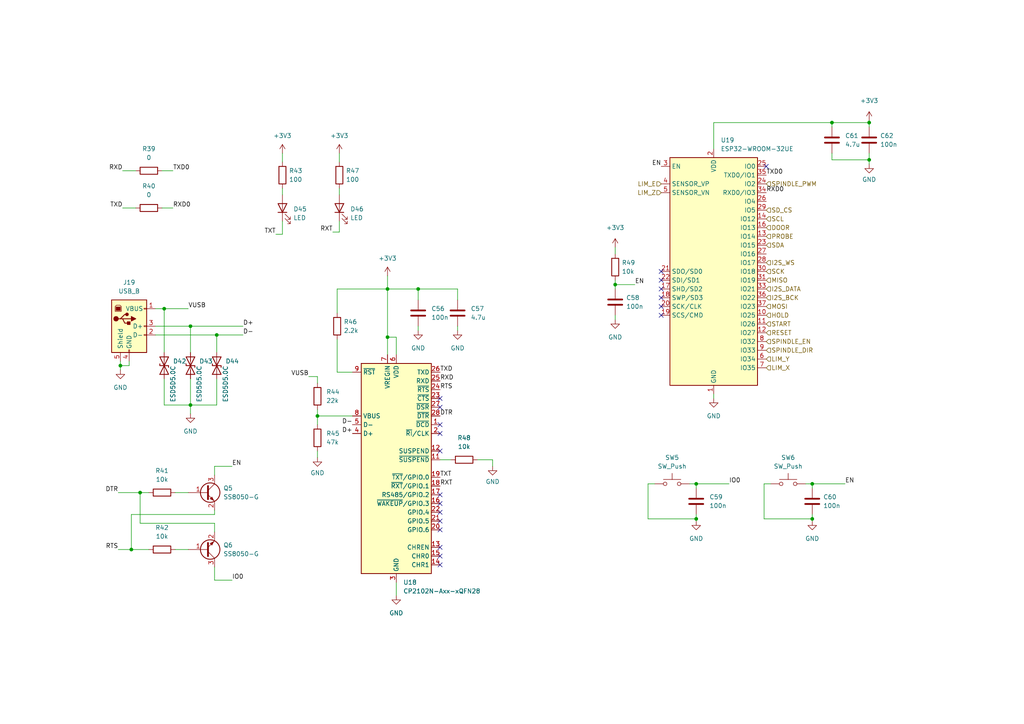
<source format=kicad_sch>
(kicad_sch (version 20211123) (generator eeschema)
  (paper "A4")
  (title_block (title "ESP32 MCU"))
  (lib_symbols
    (symbol "Connector:USB_B" (pin_names (offset 1.016))
      (property "Reference" "J" (at -5.08 11.43 0))
      (property "Value" "USB_B" (at -5.08 8.89 0))
      (symbol "USB_B_0_1"
        (rectangle (start -5.08 -7.62) (end 5.08 7.62) (stroke (width 0.254)) (fill (type background)))
        (circle (center -3.81 2.159) (radius 0.635) (stroke (width 0.254)) (fill (type outline)))
        (rectangle (start -3.81 5.588) (end -2.54 4.572) (fill (type outline)))
        (circle (center -0.635 3.429) (radius 0.381) (stroke (width 0.254)) (fill (type outline)))
        (rectangle (start -0.127 -7.62) (end 0.127 -6.858))
        (polyline (pts (xy -1.905 2.159) (xy 0.635 2.159)) (stroke (width 0.254)))
        (polyline (pts (xy -3.175 2.159) (xy -2.54 2.159) (xy -1.27 3.429) (xy -0.635 3.429)) (stroke (width 0.254)))
        (polyline (pts (xy -2.54 2.159) (xy -1.905 2.159) (xy -1.27 0.889) (xy 0 0.889)) (stroke (width 0.254)))
        (polyline (pts (xy 0.635 2.794) (xy 0.635 1.524) (xy 1.905 2.159) (xy 0.635 2.794)) (stroke (width 0.254)) (fill (type outline)))
        (polyline (pts (xy -4.064 4.318) (xy -2.286 4.318) (xy -2.286 5.715) (xy -2.667 6.096) (xy -3.683 6.096) (xy -4.064 5.715) (xy -4.064 4.318)))
        (rectangle (start 0.254 1.27) (end -0.508 0.508) (stroke (width 0.254)) (fill (type outline)))
        (rectangle (start 5.08 -2.667) (end 4.318 -2.413))
        (rectangle (start 5.08 -0.127) (end 4.318 0.127))
        (rectangle (start 5.08 4.953) (end 4.318 5.207))
      )
      (symbol "USB_B_1_1"
        (pin power_out line (at 7.62 5.08 180) (length 2.54) (name "VBUS") (number "1"))
        (pin bidirectional line (at 7.62 -2.54 180) (length 2.54) (name "D-") (number "2"))
        (pin bidirectional line (at 7.62 0 180) (length 2.54) (name "D+") (number "3"))
        (pin power_out line (at 0 -10.16 90) (length 2.54) (name "GND") (number "4"))
        (pin passive line (at -2.54 -10.16 90) (length 2.54) (name "Shield") (number "5"))
      )
    )
    (symbol "Device:C" (pin_numbers hide) (pin_names (offset 0.254))
      (property "Reference" "C" (at 0.635 2.54 0))
      (property "Value" "C" (at 0.635 -2.54 0))
      (symbol "C_0_1"
        (polyline (pts (xy -2.032 -0.762) (xy 2.032 -0.762)) (stroke (width 0.508)))
        (polyline (pts (xy -2.032 0.762) (xy 2.032 0.762)) (stroke (width 0.508)))
      )
      (symbol "C_1_1"
        (pin passive line (at 0 3.81 270) (length 2.794) (name "~") (number "1"))
        (pin passive line (at 0 -3.81 90) (length 2.794) (name "~") (number "2"))
      )
    )
    (symbol "Device:LED" (pin_numbers hide) (pin_names (offset 1.016) hide)
      (property "Reference" "D" (at 0 2.54 0))
      (property "Value" "LED" (at 0 -2.54 0))
      (symbol "LED_0_1"
        (polyline (pts (xy -1.27 -1.27) (xy -1.27 1.27)) (stroke (width 0.254)))
        (polyline (pts (xy -1.27 0) (xy 1.27 0)))
        (polyline (pts (xy 1.27 -1.27) (xy 1.27 1.27) (xy -1.27 0) (xy 1.27 -1.27)) (stroke (width 0.254)))
        (polyline (pts (xy -3.048 -0.762) (xy -4.572 -2.286) (xy -3.81 -2.286) (xy -4.572 -2.286) (xy -4.572 -1.524)))
        (polyline (pts (xy -1.778 -0.762) (xy -3.302 -2.286) (xy -2.54 -2.286) (xy -3.302 -2.286) (xy -3.302 -1.524)))
      )
      (symbol "LED_1_1"
        (pin passive line (at -3.81 0 0) (length 2.54) (name "K") (number "1"))
        (pin passive line (at 3.81 0 180) (length 2.54) (name "A") (number "2"))
      )
    )
    (symbol "Device:R" (pin_numbers hide) (pin_names (offset 0))
      (property "Reference" "R" (at 2.032 0 90))
      (property "Value" "R" (at 0 0 90))
      (symbol "R_0_1"
        (rectangle (start -1.016 -2.54) (end 1.016 2.54) (stroke (width 0.254)))
      )
      (symbol "R_1_1"
        (pin passive line (at 0 3.81 270) (length 1.27) (name "~") (number "1"))
        (pin passive line (at 0 -3.81 90) (length 1.27) (name "~") (number "2"))
      )
    )
    (symbol "Interface_USB:CP2102N-Axx-xQFN28"
      (property "Reference" "U" (at -8.89 31.75 0))
      (property "Value" "CP2102N-Axx-xQFN28" (at 12.7 31.75 0))
      (symbol "CP2102N-Axx-xQFN28_0_1"
        (rectangle (start -10.16 30.48) (end 10.16 -30.48) (stroke (width 0.254)) (fill (type background)))
      )
      (symbol "CP2102N-Axx-xQFN28_1_1"
        (pin input line (at 12.7 12.7 180) (length 2.54) (name "~{DCD}") (number "1"))
        (pin no_connect line (at -10.16 -27.94 0) (length 2.54) hide (name "NC") (number "10"))
        (pin output line (at 12.7 2.54 180) (length 2.54) (name "~{SUSPEND}") (number "11"))
        (pin output line (at 12.7 5.08 180) (length 2.54) (name "SUSPEND") (number "12"))
        (pin output line (at 12.7 -22.86 180) (length 2.54) (name "CHREN") (number "13"))
        (pin output line (at 12.7 -27.94 180) (length 2.54) (name "CHR1") (number "14"))
        (pin output line (at 12.7 -25.4 180) (length 2.54) (name "CHR0") (number "15"))
        (pin bidirectional line (at 12.7 -10.16 180) (length 2.54) (name "~{WAKEUP}/GPIO.3") (number "16"))
        (pin bidirectional line (at 12.7 -7.62 180) (length 2.54) (name "RS485/GPIO.2") (number "17"))
        (pin bidirectional line (at 12.7 -5.08 180) (length 2.54) (name "~{RXT}/GPIO.1") (number "18"))
        (pin bidirectional line (at 12.7 -2.54 180) (length 2.54) (name "~{TXT}/GPIO.0") (number "19"))
        (pin bidirectional line (at 12.7 10.16 180) (length 2.54) (name "~{RI}/CLK") (number "2"))
        (pin bidirectional line (at 12.7 -17.78 180) (length 2.54) (name "GPIO.6") (number "20"))
        (pin bidirectional line (at 12.7 -15.24 180) (length 2.54) (name "GPIO.5") (number "21"))
        (pin bidirectional line (at 12.7 -12.7 180) (length 2.54) (name "GPIO.4") (number "22"))
        (pin input line (at 12.7 20.32 180) (length 2.54) (name "~{CTS}") (number "23"))
        (pin output line (at 12.7 22.86 180) (length 2.54) (name "~{RTS}") (number "24"))
        (pin input line (at 12.7 25.4 180) (length 2.54) (name "RXD") (number "25"))
        (pin output line (at 12.7 27.94 180) (length 2.54) (name "TXD") (number "26"))
        (pin input line (at 12.7 17.78 180) (length 2.54) (name "~{DSR}") (number "27"))
        (pin output line (at 12.7 15.24 180) (length 2.54) (name "~{DTR}") (number "28"))
        (pin passive line (at 0 -33.02 90) (length 2.54) hide (name "GND") (number "29"))
        (pin power_in line (at 0 -33.02 90) (length 2.54) (name "GND") (number "3"))
        (pin bidirectional line (at -12.7 10.16 0) (length 2.54) (name "D+") (number "4"))
        (pin bidirectional line (at -12.7 12.7 0) (length 2.54) (name "D-") (number "5"))
        (pin power_in line (at 0 33.02 270) (length 2.54) (name "VDD") (number "6"))
        (pin power_in line (at -2.54 33.02 270) (length 2.54) (name "VREGIN") (number "7"))
        (pin input line (at -12.7 15.24 0) (length 2.54) (name "VBUS") (number "8"))
        (pin input line (at -12.7 27.94 0) (length 2.54) (name "~{RST}") (number "9"))
      )
    )
    (symbol "RF_Module:ESP32-WROOM-32U"
      (property "Reference" "U" (at -12.7 34.29 0))
      (property "Value" "ESP32-WROOM-32U" (at 1.27 34.29 0))
      (symbol "ESP32-WROOM-32U_0_1"
        (rectangle (start -12.7 33.02) (end 12.7 -33.02) (stroke (width 0.254)) (fill (type background)))
      )
      (symbol "ESP32-WROOM-32U_1_1"
        (pin power_in line (at 0 -35.56 90) (length 2.54) (name "GND") (number "1"))
        (pin bidirectional line (at 15.24 -12.7 180) (length 2.54) (name "IO25") (number "10"))
        (pin bidirectional line (at 15.24 -15.24 180) (length 2.54) (name "IO26") (number "11"))
        (pin bidirectional line (at 15.24 -17.78 180) (length 2.54) (name "IO27") (number "12"))
        (pin bidirectional line (at 15.24 10.16 180) (length 2.54) (name "IO14") (number "13"))
        (pin bidirectional line (at 15.24 15.24 180) (length 2.54) (name "IO12") (number "14"))
        (pin passive line (at 0 -35.56 90) (length 2.54) hide (name "GND") (number "15"))
        (pin bidirectional line (at 15.24 12.7 180) (length 2.54) (name "IO13") (number "16"))
        (pin bidirectional line (at -15.24 -5.08 0) (length 2.54) (name "SHD/SD2") (number "17"))
        (pin bidirectional line (at -15.24 -7.62 0) (length 2.54) (name "SWP/SD3") (number "18"))
        (pin bidirectional line (at -15.24 -12.7 0) (length 2.54) (name "SCS/CMD") (number "19"))
        (pin power_in line (at 0 35.56 270) (length 2.54) (name "VDD") (number "2"))
        (pin bidirectional line (at -15.24 -10.16 0) (length 2.54) (name "SCK/CLK") (number "20"))
        (pin bidirectional line (at -15.24 0 0) (length 2.54) (name "SDO/SD0") (number "21"))
        (pin bidirectional line (at -15.24 -2.54 0) (length 2.54) (name "SDI/SD1") (number "22"))
        (pin bidirectional line (at 15.24 7.62 180) (length 2.54) (name "IO15") (number "23"))
        (pin bidirectional line (at 15.24 25.4 180) (length 2.54) (name "IO2") (number "24"))
        (pin bidirectional line (at 15.24 30.48 180) (length 2.54) (name "IO0") (number "25"))
        (pin bidirectional line (at 15.24 20.32 180) (length 2.54) (name "IO4") (number "26"))
        (pin bidirectional line (at 15.24 5.08 180) (length 2.54) (name "IO16") (number "27"))
        (pin bidirectional line (at 15.24 2.54 180) (length 2.54) (name "IO17") (number "28"))
        (pin bidirectional line (at 15.24 17.78 180) (length 2.54) (name "IO5") (number "29"))
        (pin input line (at -15.24 30.48 0) (length 2.54) (name "EN") (number "3"))
        (pin bidirectional line (at 15.24 0 180) (length 2.54) (name "IO18") (number "30"))
        (pin bidirectional line (at 15.24 -2.54 180) (length 2.54) (name "IO19") (number "31"))
        (pin no_connect line (at -12.7 -27.94 0) (length 2.54) hide (name "NC") (number "32"))
        (pin bidirectional line (at 15.24 -5.08 180) (length 2.54) (name "IO21") (number "33"))
        (pin bidirectional line (at 15.24 22.86 180) (length 2.54) (name "RXD0/IO3") (number "34"))
        (pin bidirectional line (at 15.24 27.94 180) (length 2.54) (name "TXD0/IO1") (number "35"))
        (pin bidirectional line (at 15.24 -7.62 180) (length 2.54) (name "IO22") (number "36"))
        (pin bidirectional line (at 15.24 -10.16 180) (length 2.54) (name "IO23") (number "37"))
        (pin passive line (at 0 -35.56 90) (length 2.54) hide (name "GND") (number "38"))
        (pin passive line (at 0 -35.56 90) (length 2.54) hide (name "GND") (number "39"))
        (pin input line (at -15.24 25.4 0) (length 2.54) (name "SENSOR_VP") (number "4"))
        (pin input line (at -15.24 22.86 0) (length 2.54) (name "SENSOR_VN") (number "5"))
        (pin input line (at 15.24 -25.4 180) (length 2.54) (name "IO34") (number "6"))
        (pin input line (at 15.24 -27.94 180) (length 2.54) (name "IO35") (number "7"))
        (pin bidirectional line (at 15.24 -20.32 180) (length 2.54) (name "IO32") (number "8"))
        (pin bidirectional line (at 15.24 -22.86 180) (length 2.54) (name "IO33") (number "9"))
      )
    )
    (symbol "Switch:SW_Push" (pin_numbers hide) (pin_names (offset 1.016) hide)
      (property "Reference" "SW" (at 1.27 2.54 0))
      (property "Value" "SW_Push" (at 0 -1.524 0))
      (symbol "SW_Push_0_1"
        (circle (center -2.032 0) (radius 0.508))
        (polyline (pts (xy 0 1.27) (xy 0 3.048)))
        (polyline (pts (xy 2.54 1.27) (xy -2.54 1.27)))
        (circle (center 2.032 0) (radius 0.508))
        (pin passive line (at -5.08 0 0) (length 2.54) (name "1") (number "1"))
        (pin passive line (at 5.08 0 180) (length 2.54) (name "2") (number "2"))
      )
    )
    (symbol "fluidnc_board:ESD5D5.0C" (pin_numbers hide) (pin_names (offset 1.016) hide)
      (property "Reference" "D" (at 0 2.54 0))
      (property "Value" "ESD5D5.0C" (at 0 -2.54 0))
      (symbol "ESD5D5.0C_0_1"
        (polyline (pts (xy 1.27 0) (xy -1.27 0)))
        (polyline (pts (xy 0.508 1.27) (xy 0 1.27) (xy 0 -1.27) (xy -0.508 -1.27)) (stroke (width 0.254)))
        (polyline (pts (xy -2.54 1.27) (xy -2.54 -1.27) (xy 2.54 1.27) (xy 2.54 -1.27) (xy -2.54 1.27)) (stroke (width 0.254)))
      )
      (symbol "ESD5D5.0C_1_1"
        (pin passive line (at -3.81 0 0) (length 2.54) (name "A1") (number "1"))
        (pin passive line (at 3.81 0 180) (length 2.54) (name "A2") (number "2"))
      )
    )
    (symbol "fluidnc_board:SS8050-G" (pin_names (offset 0) hide)
      (property "Reference" "Q" (at 5.08 1.27 0))
      (property "Value" "SS8050-G" (at 5.08 -1.27 0))
      (symbol "SS8050-G_0_1"
        (polyline (pts (xy 0.635 0.635) (xy 2.54 2.54)))
        (polyline (pts (xy 0.635 -0.635) (xy 2.54 -2.54) (xy 2.54 -2.54)))
        (polyline (pts (xy 0.635 1.905) (xy 0.635 -1.905) (xy 0.635 -1.905)) (stroke (width 0.508)))
        (polyline (pts (xy 1.27 -1.778) (xy 1.778 -1.27) (xy 2.286 -2.286) (xy 1.27 -1.778) (xy 1.27 -1.778)) (fill (type outline)))
        (circle (center 1.27 0) (radius 2.8194) (stroke (width 0.254)))
      )
      (symbol "SS8050-G_1_1"
        (pin input line (at -5.08 0 0) (length 5.715) (name "B") (number "1"))
        (pin passive line (at 2.54 -5.08 90) (length 2.54) (name "E") (number "2"))
        (pin passive line (at 2.54 5.08 270) (length 2.54) (name "C") (number "3"))
      )
    )
    (symbol "power:+3V3" (power) (pin_names (offset 0))
      (property "Value" "+3V3" (at 0 3.556 0))
      (symbol "+3V3_0_1"
        (polyline (pts (xy -0.762 1.27) (xy 0 2.54)))
        (polyline (pts (xy 0 0) (xy 0 2.54)))
        (polyline (pts (xy 0 2.54) (xy 0.762 1.27)))
      )
      (symbol "+3V3_1_1"
        (pin power_in line (at 0 0 90) (length 0) hide (name "+3V3") (number "1"))
      )
    )
    (symbol "power:GND" (power) (pin_names (offset 0))
      (property "Value" "GND" (at 0 -3.81 0))
      (symbol "GND_0_1"
        (polyline (pts (xy 0 0) (xy 0 -1.27) (xy 1.27 -1.27) (xy 0 -2.54) (xy -1.27 -1.27) (xy 0 -1.27)))
      )
      (symbol "GND_1_1"
        (pin power_in line (at 0 0 270) (length 0) hide (name "GND") (number "1"))
      )
    )
  )
  (junction (at 201.93 150.495))
  (junction (at 38.1 159.385))
  (junction (at 62.865 97.155))
  (junction (at 178.435 82.55))
  (junction (at 34.925 106.045))
  (junction (at 112.395 83.82))
  (junction (at 241.3 35.56))
  (junction (at 92.075 120.65))
  (junction (at 121.285 83.82))
  (junction (at 112.395 97.79))
  (junction (at 235.585 150.495))
  (junction (at 47.625 89.535))
  (junction (at 55.245 94.615))
  (junction (at 252.095 46.355))
  (junction (at 201.93 140.335))
  (junction (at 235.585 140.335))
  (junction (at 252.095 35.56))
  (junction (at 40.64 142.875))
  (junction (at 55.245 117.475))
  (no_connect (at 191.77 81.28))
  (no_connect (at 191.77 83.82))
  (no_connect (at 191.77 78.74))
  (no_connect (at 191.77 86.36))
  (no_connect (at 191.77 91.44))
  (no_connect (at 191.77 88.9))
  (no_connect (at 222.25 48.26))
  (no_connect (at 127.635 123.19))
  (no_connect (at 127.635 130.81))
  (no_connect (at 127.635 125.73))
  (no_connect (at 127.635 163.83))
  (no_connect (at 127.635 151.13))
  (no_connect (at 127.635 161.29))
  (no_connect (at 127.635 143.51))
  (no_connect (at 127.635 146.05))
  (no_connect (at 127.635 153.67))
  (no_connect (at 127.635 158.75))
  (no_connect (at 127.635 148.59))
  (no_connect (at 127.635 118.11))
  (no_connect (at 127.635 115.57))
  (wire (pts (xy 97.79 83.82) (xy 97.79 90.805)))
  (wire (pts (xy 241.3 44.45) (xy 241.3 46.355)))
  (wire (pts (xy 112.395 97.79) (xy 112.395 102.87)))
  (wire (pts (xy 98.425 54.61) (xy 98.425 56.515)))
  (wire (pts (xy 34.925 106.045) (xy 34.925 107.315)))
  (wire (pts (xy 241.3 46.355) (xy 252.095 46.355)))
  (wire (pts (xy 62.865 97.155) (xy 62.865 102.235)))
  (wire (pts (xy 241.3 35.56) (xy 241.3 36.83)))
  (wire (pts (xy 34.925 104.775) (xy 34.925 106.045)))
  (wire (pts (xy 38.1 159.385) (xy 43.18 159.385)))
  (wire (pts (xy 45.085 97.155) (xy 62.865 97.155)))
  (wire (pts (xy 46.99 60.325) (xy 50.165 60.325)))
  (wire (pts (xy 189.865 140.335) (xy 187.96 140.335)))
  (wire (pts (xy 40.64 151.765) (xy 62.23 151.765)))
  (wire (pts (xy 55.245 117.475) (xy 62.865 117.475)))
  (wire (pts (xy 81.915 64.135) (xy 81.915 67.945)))
  (wire (pts (xy 112.395 97.79) (xy 114.935 97.79)))
  (wire (pts (xy 178.435 91.44) (xy 178.435 92.71)))
  (wire (pts (xy 142.875 133.35) (xy 138.43 133.35)))
  (wire (pts (xy 201.93 149.225) (xy 201.93 150.495)))
  (wire (pts (xy 62.23 149.225) (xy 38.1 149.225)))
  (wire (pts (xy 92.075 130.81) (xy 92.075 132.715)))
  (wire (pts (xy 37.465 106.045) (xy 37.465 104.775)))
  (wire (pts (xy 34.29 142.875) (xy 40.64 142.875)))
  (wire (pts (xy 235.585 149.225) (xy 235.585 150.495)))
  (wire (pts (xy 221.615 140.335) (xy 221.615 150.495)))
  (wire (pts (xy 92.075 120.65) (xy 92.075 123.19)))
  (wire (pts (xy 178.435 82.55) (xy 184.15 82.55)))
  (wire (pts (xy 50.8 159.385) (xy 54.61 159.385)))
  (wire (pts (xy 127.635 133.35) (xy 130.81 133.35)))
  (wire (pts (xy 35.56 49.53) (xy 39.37 49.53)))
  (wire (pts (xy 142.875 135.255) (xy 142.875 133.35)))
  (wire (pts (xy 252.095 46.355) (xy 252.095 44.45)))
  (wire (pts (xy 45.085 89.535) (xy 47.625 89.535)))
  (wire (pts (xy 178.435 71.755) (xy 178.435 73.66)))
  (wire (pts (xy 47.625 89.535) (xy 47.625 102.235)))
  (wire (pts (xy 132.715 86.995) (xy 132.715 83.82)))
  (wire (pts (xy 121.285 83.82) (xy 112.395 83.82)))
  (wire (pts (xy 201.93 140.335) (xy 201.93 141.605)))
  (wire (pts (xy 235.585 150.495) (xy 235.585 151.13)))
  (wire (pts (xy 252.095 35.56) (xy 241.3 35.56)))
  (wire (pts (xy 96.52 67.31) (xy 98.425 67.31)))
  (wire (pts (xy 221.615 150.495) (xy 235.585 150.495)))
  (wire (pts (xy 102.235 120.65) (xy 92.075 120.65)))
  (wire (pts (xy 241.3 35.56) (xy 207.01 35.56)))
  (wire (pts (xy 55.245 94.615) (xy 70.485 94.615)))
  (wire (pts (xy 67.31 135.255) (xy 62.23 135.255)))
  (wire (pts (xy 132.715 83.82) (xy 121.285 83.82)))
  (wire (pts (xy 40.64 142.875) (xy 40.64 151.765)))
  (wire (pts (xy 67.31 168.275) (xy 62.23 168.275)))
  (wire (pts (xy 207.01 35.56) (xy 207.01 43.18)))
  (wire (pts (xy 62.23 135.255) (xy 62.23 137.795)))
  (wire (pts (xy 178.435 82.55) (xy 178.435 83.82)))
  (wire (pts (xy 200.025 140.335) (xy 201.93 140.335)))
  (wire (pts (xy 38.1 149.225) (xy 38.1 159.385)))
  (wire (pts (xy 112.395 83.82) (xy 112.395 80.01)))
  (wire (pts (xy 233.68 140.335) (xy 235.585 140.335)))
  (wire (pts (xy 50.8 142.875) (xy 54.61 142.875)))
  (wire (pts (xy 62.23 164.465) (xy 62.23 168.275)))
  (wire (pts (xy 55.245 117.475) (xy 55.245 120.015)))
  (wire (pts (xy 121.285 94.615) (xy 121.285 95.885)))
  (wire (pts (xy 47.625 89.535) (xy 54.61 89.535)))
  (wire (pts (xy 223.52 140.335) (xy 221.615 140.335)))
  (wire (pts (xy 178.435 81.28) (xy 178.435 82.55)))
  (wire (pts (xy 98.425 64.135) (xy 98.425 67.31)))
  (wire (pts (xy 47.625 109.855) (xy 47.625 117.475)))
  (wire (pts (xy 34.925 106.045) (xy 37.465 106.045)))
  (wire (pts (xy 62.865 117.475) (xy 62.865 109.855)))
  (wire (pts (xy 62.23 151.765) (xy 62.23 154.305)))
  (wire (pts (xy 235.585 140.335) (xy 235.585 141.605)))
  (wire (pts (xy 114.935 97.79) (xy 114.935 102.87)))
  (wire (pts (xy 47.625 117.475) (xy 55.245 117.475)))
  (wire (pts (xy 235.585 140.335) (xy 245.11 140.335)))
  (wire (pts (xy 98.425 44.45) (xy 98.425 46.99)))
  (wire (pts (xy 252.095 35.56) (xy 252.095 36.83)))
  (wire (pts (xy 102.235 107.95) (xy 97.79 107.95)))
  (wire (pts (xy 89.535 109.22) (xy 92.075 109.22)))
  (wire (pts (xy 112.395 83.82) (xy 97.79 83.82)))
  (wire (pts (xy 55.245 94.615) (xy 55.245 102.235)))
  (wire (pts (xy 62.23 147.955) (xy 62.23 149.225)))
  (wire (pts (xy 81.915 54.61) (xy 81.915 56.515)))
  (wire (pts (xy 187.96 150.495) (xy 201.93 150.495)))
  (wire (pts (xy 201.93 140.335) (xy 211.455 140.335)))
  (wire (pts (xy 201.93 150.495) (xy 201.93 151.13)))
  (wire (pts (xy 40.64 142.875) (xy 43.18 142.875)))
  (wire (pts (xy 62.865 97.155) (xy 70.485 97.155)))
  (wire (pts (xy 45.085 94.615) (xy 55.245 94.615)))
  (wire (pts (xy 92.075 109.22) (xy 92.075 111.125)))
  (wire (pts (xy 81.915 44.45) (xy 81.915 46.99)))
  (wire (pts (xy 92.075 118.745) (xy 92.075 120.65)))
  (wire (pts (xy 34.29 159.385) (xy 38.1 159.385)))
  (wire (pts (xy 187.96 140.335) (xy 187.96 150.495)))
  (wire (pts (xy 252.095 34.925) (xy 252.095 35.56)))
  (wire (pts (xy 252.095 46.355) (xy 252.095 47.625)))
  (wire (pts (xy 97.79 107.95) (xy 97.79 98.425)))
  (wire (pts (xy 112.395 83.82) (xy 112.395 97.79)))
  (wire (pts (xy 207.01 114.3) (xy 207.01 115.57)))
  (wire (pts (xy 55.245 109.855) (xy 55.245 117.475)))
  (wire (pts (xy 132.715 94.615) (xy 132.715 95.885)))
  (wire (pts (xy 114.935 168.91) (xy 114.935 172.72)))
  (wire (pts (xy 46.99 49.53) (xy 50.165 49.53)))
  (wire (pts (xy 80.01 67.945) (xy 81.915 67.945)))
  (wire (pts (xy 35.56 60.325) (xy 39.37 60.325)))
  (wire (pts (xy 121.285 83.82) (xy 121.285 86.995)))
  (label "VUSB" (at 54.61 89.535 0))
  (label "EN" (at 67.31 135.255 0))
  (label "RXD0" (at 222.25 55.88 0))
  (label "D+" (at 102.235 125.73 180))
  (label "RTS" (at 34.29 159.385 180))
  (label "DTR" (at 34.29 142.875 180))
  (label "IO0" (at 67.31 168.275 0))
  (label "IO0" (at 211.455 140.335 0))
  (label "TXD" (at 127.635 107.95 0))
  (label "RTS" (at 127.635 113.03 0))
  (label "D-" (at 102.235 123.19 180))
  (label "TXD0" (at 50.165 49.53 0))
  (label "TXT" (at 80.01 67.945 180))
  (label "D+" (at 70.485 94.615 0))
  (label "D-" (at 70.485 97.155 0))
  (label "VUSB" (at 89.535 109.22 180))
  (label "EN" (at 191.77 48.26 180))
  (label "RXD" (at 35.56 49.53 180))
  (label "RXT" (at 127.635 140.97 0))
  (label "RXD" (at 127.635 110.49 0))
  (label "DTR" (at 127.635 120.65 0))
  (label "TXD" (at 35.56 60.325 180))
  (label "RXT" (at 96.52 67.31 180))
  (label "TXT" (at 127.635 138.43 0))
  (label "EN" (at 184.15 82.55 0))
  (label "TXD0" (at 222.25 50.8 0))
  (label "EN" (at 245.11 140.335 0))
  (label "RXD0" (at 50.165 60.325 0))
  (hierarchical_label "SCL" (shape input) (at 222.25 63.5 0))
  (hierarchical_label "SPINDLE_PWM" (shape input) (at 222.25 53.34 0))
  (hierarchical_label "PROBE" (shape input) (at 222.25 68.58 0))
  (hierarchical_label "DOOR" (shape input) (at 222.25 66.04 0))
  (hierarchical_label "MISO" (shape input) (at 222.25 81.28 0))
  (hierarchical_label "HOLD" (shape input) (at 222.25 91.44 0))
  (hierarchical_label "LIM_E" (shape input) (at 191.77 53.34 180))
  (hierarchical_label "SD_CS" (shape input) (at 222.25 60.96 0))
  (hierarchical_label "LIM_Z" (shape input) (at 191.77 55.88 180))
  (hierarchical_label "I2S_BCK" (shape input) (at 222.25 86.36 0))
  (hierarchical_label "SPINDLE_DIR" (shape input) (at 222.25 101.6 0))
  (hierarchical_label "I2S_WS" (shape input) (at 222.25 76.2 0))
  (hierarchical_label "START" (shape input) (at 222.25 93.98 0))
  (hierarchical_label "RESET" (shape input) (at 222.25 96.52 0))
  (hierarchical_label "I2S_DATA" (shape input) (at 222.25 83.82 0))
  (hierarchical_label "SPINDLE_EN" (shape input) (at 222.25 99.06 0))
  (hierarchical_label "SCK" (shape input) (at 222.25 78.74 0))
  (hierarchical_label "SDA" (shape input) (at 222.25 71.12 0))
  (hierarchical_label "LIM_X" (shape input) (at 222.25 106.68 0))
  (hierarchical_label "MOSI" (shape input) (at 222.25 88.9 0))
  (hierarchical_label "LIM_Y" (shape input) (at 222.25 104.14 0))
  (symbol (lib_id "power:GND") (at 132.715 95.885 0) (unit 1)
    (property "Reference" "#PWR0159" (effects hide))
    (property "Value" "GND" (at 132.715 100.965 0))
  )
  (symbol (lib_id "Device:LED") (at 98.425 60.325 90) (unit 1)
    (property "Reference" "D46" (at 101.6 60.6424 90) (effects (justify right)))
    (property "Value" "LED" (at 101.6 63.1824 90) (effects (justify right)))
    (property "Footprint" "LED_SMD:LED_1206_3216Metric_Pad1.42x1.75mm_HandSolder" (effects hide))
    (property "Datasheet" "https://optoelectronics.liteon.com/upload/download/DS22-2000-256/LTST-C230KGKT.pdf" (effects hide))
    (property "Digikey Part No." "160-1456-1-ND" (effects hide))
  )
  (symbol (lib_id "power:+3V3") (at 178.435 71.755 0) (unit 1)
    (property "Reference" "#PWR0161" (effects hide))
    (property "Value" "+3V3" (at 178.435 66.04 0))
  )
  (symbol (lib_id "Device:LED") (at 81.915 60.325 90) (unit 1)
    (property "Reference" "D45" (at 85.09 60.6424 90) (effects (justify right)))
    (property "Value" "LED" (at 85.09 63.1824 90) (effects (justify right)))
    (property "Footprint" "LED_SMD:LED_1206_3216Metric_Pad1.42x1.75mm_HandSolder" (effects hide))
    (property "Datasheet" "https://optoelectronics.liteon.com/upload/download/DS22-2000-256/LTST-C230KGKT.pdf" (effects hide))
    (property "Digikey Part No." "160-1456-1-ND" (effects hide))
  )
  (symbol (lib_id "Device:R") (at 92.075 114.935 0) (unit 1)
    (property "Reference" "R44" (at 94.615 113.6649 0) (effects (justify left)))
    (property "Value" "22k" (at 94.615 116.2049 0) (effects (justify left)))
    (property "Footprint" "Resistor_SMD:R_0201_0603Metric_Pad0.64x0.40mm_HandSolder" (effects hide))
    (property "Datasheet" "https://www.yageo.com/upload/media/product/productsearch/datasheet/rchip/PYu-RC_Group_51_RoHS_L_11.pdf" (effects hide))
    (property "Digikey Part No." "311-22.0KHRCT-ND" (effects hide))
  )
  (symbol (lib_id "power:GND") (at 252.095 47.625 0) (unit 1)
    (property "Reference" "#PWR0167" (effects hide))
    (property "Value" "GND" (at 252.095 52.07 0))
  )
  (symbol (lib_id "Device:R") (at 46.99 142.875 90) (unit 1)
    (property "Reference" "R41" (at 46.99 136.525 90))
    (property "Value" "10k" (at 46.99 139.065 90))
    (property "Footprint" "Resistor_SMD:R_0805_2012Metric_Pad1.20x1.40mm_HandSolder" (effects hide))
    (property "Datasheet" "https://www.yageo.com/upload/media/product/productsearch/datasheet/rchip/PYu-RC_Group_51_RoHS_L_11.pdf" (effects hide))
    (property "Digikey Part No." "311-10KARCT-ND" (effects hide))
  )
  (symbol (lib_id "fluidnc_board:ESD5D5.0C") (at 62.865 106.045 90) (unit 1)
    (property "Reference" "D44" (at 65.405 104.7749 90) (effects (justify right)))
    (property "Value" "ESD5D5.0C" (at 65.405 106.045 0) (effects (justify right)))
    (property "Footprint" "Diode_SMD:D_SOD-523" (effects hide))
    (property "Datasheet" "https://www.mccsemi.com/pdf/Products/ESD3V3D5~ESD12VD5(SOD-523).pdf" (effects hide))
    (property "Digikey Part No." "ESD5V0D5-TPMSCT-ND" (effects hide))
  )
  (symbol (lib_id "power:GND") (at 142.875 135.255 0) (unit 1)
    (property "Reference" "#PWR0160" (effects hide))
    (property "Value" "GND" (at 142.875 139.7 0))
  )
  (symbol (lib_id "Device:R") (at 46.99 159.385 90) (unit 1)
    (property "Reference" "R42" (at 46.99 153.035 90))
    (property "Value" "10k" (at 46.99 155.575 90))
    (property "Footprint" "Resistor_SMD:R_0805_2012Metric_Pad1.20x1.40mm_HandSolder" (effects hide))
    (property "Datasheet" "https://www.yageo.com/upload/media/product/productsearch/datasheet/rchip/PYu-RC_Group_51_RoHS_L_11.pdf" (effects hide))
    (property "Digikey Part No." "311-10KARCT-ND" (effects hide))
  )
  (symbol (lib_id "power:GND") (at 34.925 107.315 0) (unit 1)
    (property "Reference" "#PWR0151" (effects hide))
    (property "Value" "GND" (at 34.925 112.395 0))
  )
  (symbol (lib_id "Device:R") (at 81.915 50.8 0) (unit 1)
    (property "Reference" "R43" (at 83.82 49.5299 0) (effects (justify left)))
    (property "Value" "100" (at 83.82 52.0699 0) (effects (justify left)))
    (property "Footprint" "Resistor_SMD:R_0603_1608Metric_Pad0.98x0.95mm_HandSolder" (effects hide))
    (property "Datasheet" "https://www.yageo.com/upload/media/product/productsearch/datasheet/rchip/PYu-RC_Group_51_RoHS_L_11.pdf" (effects hide))
    (property "Digikey Part No." "311-100GRCT-ND" (effects hide))
  )
  (symbol (lib_id "power:GND") (at 92.075 132.715 0) (unit 1)
    (property "Reference" "#PWR0154" (effects hide))
    (property "Value" "GND" (at 92.075 137.16 0))
  )
  (symbol (lib_id "Device:R") (at 134.62 133.35 90) (unit 1)
    (property "Reference" "R48" (at 134.62 127 90))
    (property "Value" "10k" (at 134.62 129.54 90))
    (property "Footprint" "Resistor_SMD:R_0805_2012Metric_Pad1.20x1.40mm_HandSolder" (effects hide))
    (property "Datasheet" "https://www.yageo.com/upload/media/product/productsearch/datasheet/rchip/PYu-RC_Group_51_RoHS_L_11.pdf" (effects hide))
    (property "Digikey Part No." "311-10KARCT-ND" (effects hide))
  )
  (symbol (lib_id "power:+3V3") (at 81.915 44.45 0) (unit 1)
    (property "Reference" "#PWR0153" (effects hide))
    (property "Value" "+3V3" (at 81.915 39.37 0))
  )
  (symbol (lib_id "Device:R") (at 43.18 49.53 90) (unit 1)
    (property "Reference" "R39" (at 43.18 43.18 90))
    (property "Value" "0" (at 43.18 45.72 90))
    (property "Footprint" "Resistor_SMD:R_1206_3216Metric_Pad1.30x1.75mm_HandSolder" (effects hide))
    (property "Datasheet" "https://www.yageo.com/upload/media/product/productsearch/datasheet/rchip/PYu-RC_Group_51_RoHS_L_11.pdf" (effects hide))
    (property "Digikey Part No." "311-0.0ERCT-ND" (effects hide))
  )
  (symbol (lib_id "Device:C") (at 235.585 145.415 180) (unit 1)
    (property "Reference" "C60" (at 238.76 144.1449 0) (effects (justify right)))
    (property "Value" "100n" (at 238.76 146.6849 0) (effects (justify right)))
    (property "Footprint" "Capacitor_SMD:C_0603_1608Metric_Pad1.05x0.95mm_HandSolder" (effects hide))
    (property "Datasheet" "http://www.samsungsem.com/kr/support/product-search/mlcc/CL10B104MB8NNNC.jsp" (effects hide))
    (property "Digikey Part No." "1276-1941-1-ND" (effects hide))
  )
  (symbol (lib_id "power:+3V3") (at 112.395 80.01 0) (unit 1)
    (property "Reference" "#PWR0156" (effects hide))
    (property "Value" "+3V3" (at 112.395 74.93 0))
  )
  (symbol (lib_id "Device:R") (at 43.18 60.325 90) (unit 1)
    (property "Reference" "R40" (at 43.18 53.975 90))
    (property "Value" "0" (at 43.18 56.515 90))
    (property "Footprint" "Resistor_SMD:R_1206_3216Metric_Pad1.30x1.75mm_HandSolder" (effects hide))
    (property "Datasheet" "https://www.yageo.com/upload/media/product/productsearch/datasheet/rchip/PYu-RC_Group_51_RoHS_L_11.pdf" (effects hide))
    (property "Digikey Part No." "311-0.0ERCT-ND" (effects hide))
  )
  (symbol (lib_id "Switch:SW_Push") (at 194.945 140.335 0) (unit 1)
    (property "Reference" "SW5" (at 194.945 132.715 0))
    (property "Value" "SW_Push" (at 194.945 135.255 0))
    (property "Footprint" "Button_Switch_SMD:SW_Push_1P1T_NO_6x6mm_H9.5mm" (effects hide))
    (property "Datasheet" "https://sten-eswitch-13110800-production.s3.amazonaws.com/system/asset/product_line/data_sheet/158/TL3301.pdf" (effects hide))
    (property "Digikey Part No." "EG2526CT-ND" (effects hide))
  )
  (symbol (lib_id "Device:C") (at 241.3 40.64 0) (unit 1)
    (property "Reference" "C61" (at 245.11 39.3699 0) (effects (justify left)))
    (property "Value" "4.7u" (at 245.11 41.9099 0) (effects (justify left)))
    (property "Footprint" "Capacitor_SMD:C_0805_2012Metric_Pad1.18x1.45mm_HandSolder" (effects hide))
    (property "Datasheet" "http://www.samsungsem.com/kr/support/product-search/mlcc/CL21A475KBQNNNE.jsp" (effects hide))
    (property "Digikey Part No." "1276-1248-1-ND" (effects hide))
  )
  (symbol (lib_id "Device:C") (at 132.715 90.805 0) (unit 1)
    (property "Reference" "C57" (at 136.525 89.5349 0) (effects (justify left)))
    (property "Value" "4.7u" (at 136.525 92.0749 0) (effects (justify left)))
    (property "Footprint" "Capacitor_SMD:C_0805_2012Metric_Pad1.18x1.45mm_HandSolder" (effects hide))
    (property "Datasheet" "http://www.samsungsem.com/kr/support/product-search/mlcc/CL21A475KBQNNNE.jsp" (effects hide))
    (property "Digikey Part No." "1276-1248-1-ND" (effects hide))
  )
  (symbol (lib_id "power:+3V3") (at 98.425 44.45 0) (unit 1)
    (property "Reference" "#PWR0155" (effects hide))
    (property "Value" "+3V3" (at 98.425 39.37 0))
  )
  (symbol (lib_id "RF_Module:ESP32-WROOM-32U") (at 207.01 78.74 0) (unit 1)
    (property "Reference" "U19" (at 209.0294 40.64 0) (effects (justify left)))
    (property "Value" "ESP32-WROOM-32UE" (at 209.0294 43.18 0) (effects (justify left)))
    (property "Footprint" "RF_Module:ESP32-WROOM-32U" (effects hide))
    (property "Datasheet" "https://www.espressif.com/sites/default/files/documentation/esp32-wroom-32d_esp32-wroom-32u_datasheet_en.pdf" (effects hide))
    (property "Digikey Part No." "1965-ESP32-WROOM-32UE(16MB)CT-ND" (effects hide))
  )
  (symbol (lib_id "Device:R") (at 97.79 94.615 0) (unit 1)
    (property "Reference" "R46" (at 99.695 93.3449 0) (effects (justify left)))
    (property "Value" "2.2k" (at 99.695 95.8849 0) (effects (justify left)))
    (property "Footprint" "Resistor_SMD:R_0603_1608Metric_Pad0.98x0.95mm_HandSolder" (effects hide))
    (property "Datasheet" "https://www.yageo.com/upload/media/product/productsearch/datasheet/rchip/PYu-RC_Group_51_RoHS_L_11.pdf" (effects hide))
    (property "Digikey Part No." "311-2.20KHRCT-ND" (effects hide))
  )
  (symbol (lib_id "Device:R") (at 92.075 127 0) (unit 1)
    (property "Reference" "R45" (at 94.615 125.7299 0) (effects (justify left)))
    (property "Value" "47k" (at 94.615 128.2699 0) (effects (justify left)))
    (property "Footprint" "Resistor_SMD:R_0805_2012Metric_Pad1.15x1.40mm_HandSolder" (effects hide))
    (property "Datasheet" "https://www.yageo.com/upload/media/product/productsearch/datasheet/rchip/PYu-RC_Group_51_RoHS_L_11.pdf" (effects hide))
    (property "Digikey Part No." "311-47KARCT-ND" (effects hide))
  )
  (symbol (lib_id "fluidnc_board:SS8050-G") (at 59.69 142.875 0) (unit 1)
    (property "Reference" "Q5" (at 64.77 141.6049 0) (effects (justify left)))
    (property "Value" "SS8050-G" (at 64.77 144.1449 0) (effects (justify left)))
    (property "Footprint" "Package_TO_SOT_SMD:SOT-23" (effects hide))
    (property "Datasheet" "https://www.comchiptech.com/admin/files/product/SS8050-G%20RevA181526.pdf" (effects hide))
    (property "Digikey Part No." "641-1790-1-ND" (effects hide))
  )
  (symbol (lib_id "fluidnc_board:SS8050-G") (at 59.69 159.385 0) (mirror x) (unit 1)
    (property "Reference" "Q6" (at 64.77 158.1149 0) (effects (justify left)))
    (property "Value" "SS8050-G" (at 64.77 160.6549 0) (effects (justify left)))
    (property "Footprint" "Package_TO_SOT_SMD:SOT-23" (effects hide))
    (property "Datasheet" "https://www.comchiptech.com/admin/files/product/SS8050-G%20RevA181526.pdf" (effects hide))
    (property "Digikey Part No." "641-1790-1-ND" (effects hide))
  )
  (symbol (lib_id "power:GND") (at 207.01 115.57 0) (unit 1)
    (property "Reference" "#PWR0164" (effects hide))
    (property "Value" "GND" (at 207.01 120.65 0))
  )
  (symbol (lib_id "power:GND") (at 201.93 151.13 0) (unit 1)
    (property "Reference" "#PWR0163" (effects hide))
    (property "Value" "GND" (at 201.93 156.21 0))
  )
  (symbol (lib_id "Device:R") (at 178.435 77.47 0) (unit 1)
    (property "Reference" "R49" (at 180.34 76.1999 0) (effects (justify left)))
    (property "Value" "10k" (at 180.34 78.7399 0) (effects (justify left)))
    (property "Footprint" "Resistor_SMD:R_0805_2012Metric_Pad1.20x1.40mm_HandSolder" (effects hide))
    (property "Datasheet" "https://www.yageo.com/upload/media/product/productsearch/datasheet/rchip/PYu-RC_Group_51_RoHS_L_11.pdf" (effects hide))
    (property "Digikey Part No." "311-10KARCT-ND" (effects hide))
  )
  (symbol (lib_id "power:GND") (at 114.935 172.72 0) (unit 1)
    (property "Reference" "#PWR0157" (effects hide))
    (property "Value" "GND" (at 114.935 177.8 0))
  )
  (symbol (lib_id "fluidnc_board:ESD5D5.0C") (at 47.625 106.045 90) (unit 1)
    (property "Reference" "D42" (at 50.165 104.7749 90) (effects (justify right)))
    (property "Value" "ESD5D5.0C" (at 50.165 106.045 0) (effects (justify right)))
    (property "Footprint" "Diode_SMD:D_SOD-523" (effects hide))
    (property "Datasheet" "https://www.mccsemi.com/pdf/Products/ESD3V3D5~ESD12VD5(SOD-523).pdf" (effects hide))
    (property "Digikey Part No." "ESD5V0D5-TPMSCT-ND" (effects hide))
  )
  (symbol (lib_id "Device:C") (at 201.93 145.415 180) (unit 1)
    (property "Reference" "C59" (at 205.74 144.1449 0) (effects (justify right)))
    (property "Value" "100n" (at 205.74 146.6849 0) (effects (justify right)))
    (property "Footprint" "Capacitor_SMD:C_0603_1608Metric_Pad1.05x0.95mm_HandSolder" (effects hide))
    (property "Datasheet" "http://www.samsungsem.com/kr/support/product-search/mlcc/CL10B104MB8NNNC.jsp" (effects hide))
    (property "Digikey Part No." "1276-1941-1-ND" (effects hide))
  )
  (symbol (lib_id "Device:C") (at 252.095 40.64 0) (unit 1)
    (property "Reference" "C62" (at 255.27 39.3699 0) (effects (justify left)))
    (property "Value" "100n" (at 255.27 41.9099 0) (effects (justify left)))
    (property "Footprint" "Capacitor_SMD:C_0603_1608Metric_Pad1.05x0.95mm_HandSolder" (effects hide))
    (property "Datasheet" "http://www.samsungsem.com/kr/support/product-search/mlcc/CL10B104MB8NNNC.jsp" (effects hide))
    (property "Digikey Part No." "1276-1941-1-ND" (effects hide))
  )
  (symbol (lib_id "Switch:SW_Push") (at 228.6 140.335 0) (unit 1)
    (property "Reference" "SW6" (at 228.6 132.715 0))
    (property "Value" "SW_Push" (at 228.6 135.255 0))
    (property "Footprint" "Button_Switch_SMD:SW_Push_1P1T_NO_6x6mm_H9.5mm" (effects hide))
    (property "Datasheet" "https://sten-eswitch-13110800-production.s3.amazonaws.com/system/asset/product_line/data_sheet/158/TL3301.pdf" (effects hide))
    (property "Digikey Part No." "EG2526CT-ND" (effects hide))
  )
  (symbol (lib_id "fluidnc_board:ESD5D5.0C") (at 55.245 106.045 90) (unit 1)
    (property "Reference" "D43" (at 57.785 104.7749 90) (effects (justify right)))
    (property "Value" "ESD5D5.0C" (at 57.785 106.045 0) (effects (justify right)))
    (property "Footprint" "Diode_SMD:D_SOD-523" (effects hide))
    (property "Datasheet" "https://www.mccsemi.com/pdf/Products/ESD3V3D5~ESD12VD5(SOD-523).pdf" (effects hide))
    (property "Digikey Part No." "ESD5V0D5-TPMSCT-ND" (effects hide))
  )
  (symbol (lib_id "Device:C") (at 121.285 90.805 0) (unit 1)
    (property "Reference" "C56" (at 125.095 89.5349 0) (effects (justify left)))
    (property "Value" "100n" (at 125.095 92.0749 0) (effects (justify left)))
    (property "Footprint" "Capacitor_SMD:C_0603_1608Metric_Pad1.05x0.95mm_HandSolder" (effects hide))
    (property "Datasheet" "http://www.samsungsem.com/kr/support/product-search/mlcc/CL10B104MB8NNNC.jsp" (effects hide))
    (property "Digikey Part No." "1276-1941-1-ND" (effects hide))
  )
  (symbol (lib_id "Connector:USB_B") (at 37.465 94.615 0) (unit 1)
    (property "Reference" "J19" (at 37.465 81.915 0))
    (property "Value" "USB_B" (at 37.465 84.455 0))
    (property "Footprint" "Connector_USB:USB_B_OST_USB-B1HSxx_Horizontal" (effects hide))
    (property "Datasheet" " ~" (effects hide))
  )
  (symbol (lib_id "power:GND") (at 55.245 120.015 0) (unit 1)
    (property "Reference" "#PWR0152" (effects hide))
    (property "Value" "GND" (at 55.245 125.095 0))
  )
  (symbol (lib_id "power:GND") (at 121.285 95.885 0) (unit 1)
    (property "Reference" "#PWR0158" (effects hide))
    (property "Value" "GND" (at 121.285 100.965 0))
  )
  (symbol (lib_id "power:GND") (at 235.585 151.13 0) (unit 1)
    (property "Reference" "#PWR0165" (effects hide))
    (property "Value" "GND" (at 235.585 156.21 0))
  )
  (symbol (lib_id "Device:R") (at 98.425 50.8 0) (unit 1)
    (property "Reference" "R47" (at 100.33 49.5299 0) (effects (justify left)))
    (property "Value" "100" (at 100.33 52.0699 0) (effects (justify left)))
    (property "Footprint" "Resistor_SMD:R_0603_1608Metric_Pad0.98x0.95mm_HandSolder" (effects hide))
    (property "Datasheet" "https://www.yageo.com/upload/media/product/productsearch/datasheet/rchip/PYu-RC_Group_51_RoHS_L_11.pdf" (effects hide))
    (property "Digikey Part No." "311-100GRCT-ND" (effects hide))
  )
  (symbol (lib_id "power:GND") (at 178.435 92.71 0) (unit 1)
    (property "Reference" "#PWR0162" (effects hide))
    (property "Value" "GND" (at 178.435 97.79 0))
  )
  (symbol (lib_id "power:+3V3") (at 252.095 34.925 0) (unit 1)
    (property "Reference" "#PWR0166" (effects hide))
    (property "Value" "+3V3" (at 252.095 29.21 0))
  )
  (symbol (lib_id "Interface_USB:CP2102N-Axx-xQFN28") (at 114.935 135.89 0) (unit 1)
    (property "Reference" "U18" (at 116.9544 168.91 0) (effects (justify left)))
    (property "Value" "CP2102N-Axx-xQFN28" (at 116.9544 171.45 0) (effects (justify left)))
    (property "Footprint" "Package_DFN_QFN:QFN-28-1EP_5x5mm_P0.5mm_EP3.35x3.35mm" (effects hide))
    (property "Datasheet" "https://www.silabs.com/documents/public/data-sheets/cp2102n-datasheet.pdf" (effects hide))
    (property "Digikey Part No." "336-5889-ND" (effects hide))
  )
  (symbol (lib_id "Device:C") (at 178.435 87.63 0) (unit 1)
    (property "Reference" "C58" (at 181.61 86.3599 0) (effects (justify left)))
    (property "Value" "100n" (at 181.61 88.8999 0) (effects (justify left)))
    (property "Footprint" "Capacitor_SMD:C_0603_1608Metric_Pad1.05x0.95mm_HandSolder" (effects hide))
    (property "Datasheet" "http://www.samsungsem.com/kr/support/product-search/mlcc/CL10B104MB8NNNC.jsp" (effects hide))
    (property "Digikey Part No." "1276-1941-1-ND" (effects hide))
  )
)
</source>
